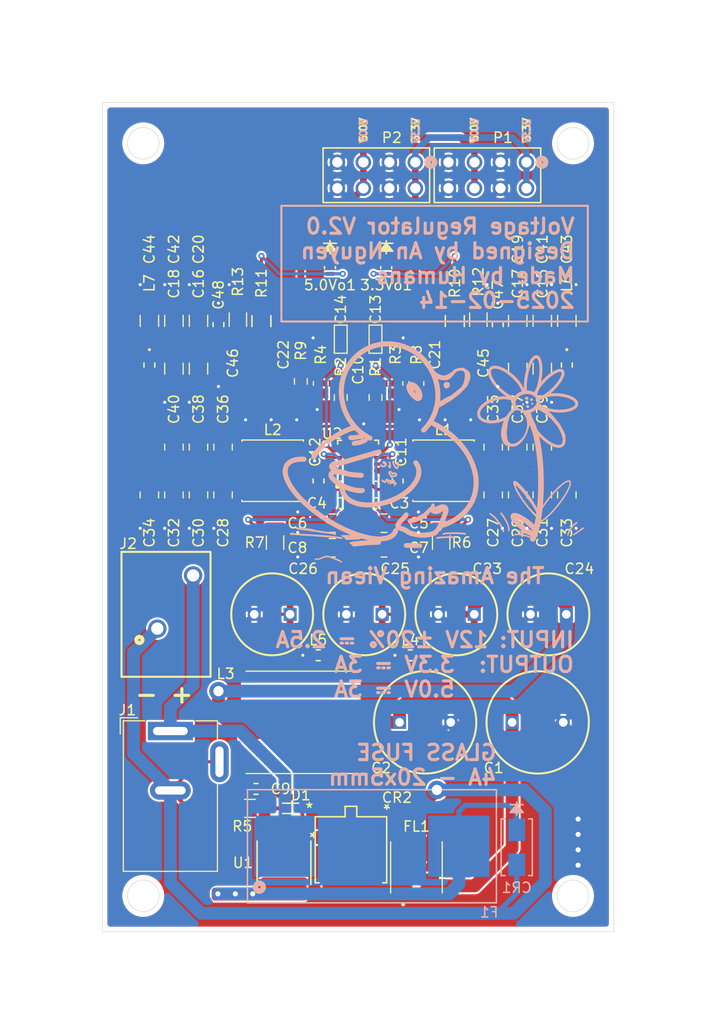
<source format=kicad_pcb>
(kicad_pcb (version 20240108) (generator "pcbnew") (generator_version "8.0")
  (layers (0 "F.Cu" signal) (31 "B.Cu" signal) (34 "B.Paste" user) (35 "F.Paste" user) (36 "B.SilkS" user "B.Silkscreen") (37 "F.SilkS" user "F.Silkscreen") (38 "B.Mask" user) (39 "F.Mask" user) (44 "Edge.Cuts" user))
  (net 0 "")
  (net 1 "PGND")
  (net 2 "Net-(C1-+)")
  (net 3 "Vin_1")
  (net 4 "Vin_2")
  (net 5 "SYS_GND")
  (net 6 "Zener")
  (net 7 "VREG5")
  (net 8 "Net-(U2-VBST1)")
  (net 9 "SW1")
  (net 10 "Net-(U2-VBST2)")
  (net 11 "SW2")
  (net 12 "PG1")
  (net 13 "PG2")
  (net 14 "3.3V_2")
  (net 15 "5.0V_2")
  (net 16 "3.3V_1")
  (net 17 "VFB1")
  (net 18 "5.0V_1")
  (net 19 "VFB2")
  (net 20 "Net-(C23-+)")
  (net 21 "Net-(CR1-Pad1)")
  (net 22 "V_Source")
  (net 23 "V_Bat")
  (net 24 "EN1")
  (net 25 "EN2")
  (net 26 "Net-(3.3Vo1-Pad2)")
  (net 27 "Net-(5.0Vo1-Pad2)")
  (footprint "PWR_MOD:RESC2012X60N" (layer "F.Cu") (at 153.65 67.447 -90)
    (property "Reference" "R3")
    (property "Value" "22.1kΩ" (hide yes))
  )
  (footprint "PWR_MOD:CAP_CL10_SAM" (layer "F.Cu") (at 140.0222 107.05 180)
    (property "Reference" "C9")
    (property "Value" "0.1µF" (hide yes))
  )
  (footprint "PWR_MOD:CAPC3216X180N" (layer "F.Cu") (at 170.4 61.34 90)
    (property "Reference" "C43")
    (property "Value" "22µF" (hide yes))
  )
  (footprint "PWR_MOD:WCAP-CSGP_0603_R" (layer "F.Cu") (at 151.7 63.125 90)
    (property "Reference" "C13")
    (property "Value" "4.7pF" (hide yes))
  )
  (footprint "PWR_MOD:CAPC3216X140N" (layer "F.Cu") (at 165.6 73.664 90)
    (property "Reference" "C37")
    (property "Value" "10µF" (hide yes))
  )
  (footprint "PWR_MOD:CONN_PEC04_AA_SUL" (layer "F.Cu") (at 166.4526 45.8474)
    (property "Reference" "P1")
    (property "Value" "2.54mm" (hide yes))
  )
  (footprint "PWR_MOD:RESC2012X60N" (layer "F.Cu") (at 155.7 67.45 -90)
    (property "Reference" "R8")
    (property "Value" "75kΩ" (hide yes))
  )
  (footprint "PWR_MOD:CAPC3216X140N" (layer "F.Cu") (at 152.533314 83.5)
    (property "Reference" "C7")
    (property "Value" "10µF" (hide yes))
  )
  (footprint "PWR_MOD:CAPPRD350W65D800H1300" (layer "F.Cu") (at 143.35 90 180)
    (property "Reference" "C26")
    (property "Value" "220µF" (hide yes))
  )
  (footprint "PWR_MOD:RESC3015X65N" (layer "F.Cu") (at 161.75 61.22 90)
    (property "Reference" "R12")
    (property "Value" "10kΩ" (hide yes))
  )
  (footprint "PWR_MOD:CAPC1608X90N" (layer "F.Cu") (at 163.65 65.465 -90)
    (property "Reference" "C45")
    (property "Value" "1µF" (hide yes))
  )
  (footprint "PWR_MOD:IND_ETQP4M330KVC" (layer "F.Cu") (at 144.4 100.55 180)
    (property "Reference" "L3")
    (property "Value" "33µH" (hide yes))
  )
  (footprint "PWR_MOD:CAPC3216X180N" (layer "F.Cu") (at 132 61.34 90)
    (property "Reference" "C42")
    (property "Value" "22µF" (hide yes))
  )
  (footprint "PWR_MOD:SOD323F_DIO" (layer "F.Cu") (at 143.4 108.95 180)
    (property "Reference" "D1")
    (property "Value" "16V" (hide yes))
  )
  (footprint "PWR_MOD:CAPC3216X140N" (layer "F.Cu") (at 152.533314 81.1)
    (property "Reference" "C5")
    (property "Value" "10µF" (hide yes))
  )
  (footprint "PWR_MOD:CAPC3216X140N" (layer "F.Cu") (at 168 73.664 90)
    (property "Reference" "C39")
    (property "Value" "10µF" (hide yes))
  )
  (footprint "PWR_MOD:CAPC3216X140N" (layer "F.Cu") (at 163.2 78.336 -90)
    (property "Reference" "C27")
    (property "Value" "10µF" (hide yes))
  )
  (footprint "PWR_MOD:CAPC3216X140N" (layer "F.Cu") (at 132 78.336 -90)
    (property "Reference" "C32")
    (property "Value" "10µF" (hide yes))
  )
  (footprint "PWR_MOD:RES_ERJP06D1003V" (layer "F.Cu") (at 148.3 68.825 90)
    (property "Reference" "R2")
    (property "Value" "100kΩ" (hide yes))
  )
  (footprint "PWR_MOD:691412120002B" (layer "F.Cu") (at 132.125 88.8)
    (property "Reference" "J2")
    (property "Value" "691412120002B" (hide yes))
  )
  (footprint "PWR_MOD:CAP_CL10_SAM" (layer "F.Cu") (at 163.65 61.7 90)
    (property "Reference" "C47")
    (property "Value" "0.1µF" (hide yes))
  )
  (footprint "PWR_MOD:CAPC3216X180N" (layer "F.Cu") (at 134.4 61.34 90)
    (property "Reference" "C20")
    (property "Value" "22µF" (hide yes))
  )
  (footprint "PWR_MOD:CAP_CL10_SAM" (layer "F.Cu") (at 148.367086 79.15 180)
    (property "Reference" "C4")
    (property "Value" "0.1µF" (hide yes))
  )
  (footprint "PWR_MOD:CAPC3216X140N" (layer "F.Cu") (at 129.6 78.336 -90)
    (property "Reference" "C34")
    (property "Value" "10µF" (hide yes))
  )
  (footprint "PWR_MOD:CAPPRD350W65D800H1300" (layer "F.Cu") (at 152.35 90 180)
    (property "Reference" "C25")
    (property "Value" "220µF" (hide yes))
  )
  (footprint "PWR_MOD:FIL_ACMP-5025-251-T" (layer "F.Cu") (at 155.7 114.7182 90)
    (property "Reference" "FL1")
    (property "Value" "Common Mode Chokes 5A" (hide yes))
  )
  (footprint "PWR_MOD:CAPC3216X180N" (layer "F.Cu") (at 168 61.34 90)
    (property "Reference" "C41")
    (property "Value" "22µF" (hide yes))
  )
  (footprint "PWR_MOD:CAPC3216X180N" (layer "F.Cu") (at 134.4 66.01 -90)
    (property "Reference" "C16")
    (property "Value" "22µF" (hide yes))
  )
  (footprint "PWR_MOD:CAPC3216X140N" (layer "F.Cu") (at 134.4 78.336 -90)
    (property "Reference" "C30")
    (property "Value" "10µF" (hide yes))
  )
  (footprint "PWR_MOD:IND_1608_TDK" (layer "F.Cu") (at 170.4 65.65 -90)
    (property "Reference" "L6")
    (property "Value" "3.5A" (hide yes))
  )
  (footprint "PWR_MOD:CAPPRD350W65D800H1300" (layer "F.Cu") (at 170.35 90 180)
    (property "Reference" "C24")
    (property "Value" "220µF" (hide yes))
  )
  (footprint "PWR_MOD:CAPC1608X90N" (layer "F.Cu") (at 142.7 67.65 -90)
    (property "Reference" "C22")
    (property "Value" "0.01µF" (hide yes))
  )
  (footprint "PWR_MOD:DPAK_6p73x6p22-2p286_STM" (layer "F.Cu") (at 149.3 112.9938 180)
    (property "Reference" "CR2")
    (property "Value" "10A" (hide yes))
  )
  (footprint "PWR_MOD:CAPC3216X180N" (layer "F.Cu") (at 132 66.01 -90)
    (property "Reference" "C18")
    (property "Value" "22µF" (hide yes))
  )
  (footprint "PWR_MOD:CAPC3216X140N" (layer "F.Cu") (at 165.6 78.336 -90)
    (property "Reference" "C29")
    (property "Value" "10µF" (hide yes))
  )
  (footprint "PWR_MOD:IND_VLS6045EX-3R3N" (layer "F.Cu") (at 158.35 75.974999)
    (property "Reference" "L1")
    (property "Value" "3.3µH" (hide yes))
  )
  (footprint "PWR_MOD:RSA0016B-IPC_A" (layer "F.Cu") (at 150 75 90)
    (property "Reference" "U2")
    (property "Value" "IC_TPS54394RSAR" (hide yes))
  )
  (footprint "PWR_MOD:CAPC1608X90N" (layer "F.Cu") (at 150 69.225 90)
    (property "Reference" "C10")
    (property "Value" "1µF" (hide yes))
  )
  (footprint "PWR_MOD:RC1206N_YAG" (layer "F.Cu") (at 140.55 61.3618 90)
    (property "Reference" "R11")
    (property "Value" "162Ω" (hide yes))
  )
  (footprint "PWR_MOD:CAPC1608X90N" (layer "F.Cu") (at 136.35 65.465 -90)
    (property "Reference" "C46")
    (property "Value" "1µF" (hide yes))
  )
  (footprint "PWR_MOD:CAPC3216X180N" (layer "F.Cu") (at 165.6 61.34 90)
    (property "Reference" "C19")
    (property "Value" "22µF" (hide yes))
  )
  (footprint "PWR_MOD:RES_ERJ-PB6B1243V" (layer "F.Cu") (at 144.4 67.25 -90)
    (property "Reference" "R9")
    (property "Value" "124kΩ" (hide yes))
  )
  (footprint "PWR_MOD:CAPPRD500W65D1000H1600" (layer "F.Cu") (at 165.05 100.55)
    (property "Reference" "C1")
    (property "Value" "1000µF" (hide yes))
  )
  (footprint "PWR_MOD:CAPC3216X140N" (layer "F.Cu") (at 168 78.336 -90)
    (property "Reference" "C31")
    (property "Value" "10µF" (hide yes))
  )
  (footprint "PWR_MOD:CAPPRD500W65D1000H1600" (layer "F.Cu") (at 154.05 100.55)
    (property "Reference" "C2")
    (property "Value" "1000µF" (hide yes))
  )
  (footprint "PWR_MOD:IND_1608_TDK" (layer "F.Cu") (at 155.1 94)
    (property "Reference" "L4")
    (property "Value" "3A" (hide yes))
  )
  (footprint "PWR_MOD:SO8_DIO" (layer "F.Cu") (at 142.755 114.2638 -90)
    (property "Reference" "U1")
    (property "Value" "MOSFET_Pchannel_DMP3037LSS-13" (hide yes))
  )
  (footprint "PWR_MOD:LED_SMLD12_ROM" (layer "F.Cu") (at 152.75 56.14045 -90)
    (property "Reference" "3.3Vo1")
    (property "Value" "LED_1.9V_Forward_SML-E12DWT86" (hide yes))
  )
  (footprint "PWR_MOD:CONN_PEC04_AA_SUL" (layer "F.Cu") (at 155.5926 45.8474)
    (property "Reference" "P2")
    (property "Value" "2.54mm" (hide yes))
  )
  (footprint "PWR_MOD:CAPC3216X180N" (layer "F.Cu") (at 129.6 61.34 90)
    (property "Reference" "C44")
    (property "Value" "22µF" (hide yes))
  )
  (footprint "PWR_MOD:RESC3015X65N" (layer "F.Cu") (at 141.882686 82.99 90)
    (property "Reference" "R7")
    (property "Value" "10kΩ" (hide yes))
  )
  (footprint "PWR_MOD:CAPC3216X140N" (layer "F.Cu") (at 147.466686 83.5 180)
    (property "Reference" "C8")
    (property "Value" "10µF" (hide yes))
  )
  (footprint "PWR_MOD:RESC3015X65N" (layer "F.Cu") (at 158.117314 82.99 90)
    (property "Reference" "R6")
    (property "Value" "10kΩ" (hide yes))
  )
  (footprint "PWR_MOD:CAP_CL10_SAM" (layer "F.Cu") (at 146.130686 76.972684 90)
    (property "Reference" "C12")
    (property "Value" "0.1µF" (hide yes))
  )
  (footprint "PWR_MOD:CAPC3216X140N" (layer "F.Cu") (at 147.466686 81.1 180)
    (property "Reference" "C6")
    (property "Value" "10µF" (hide yes))
  )
  (footprint "PWR_MOD:IND_VLS6045EX-4R7M" (layer "F.Cu") (at 141.65 75.974999 180)
    (property "Reference" "L2")
    (property "Value" "4.7µH" (hide yes))
  )
  (footprint "PWR_MOD:CAPC1608X90N" (layer "F.Cu") (at 157.5 67.65 -90)
    (property "Reference" "C21")
    (property "Value" "0.01µF" (hide yes))
  )
  (footprint "PWR_MOD:CAP_CL10_SAM" (layer "F.Cu") (at 151.632914 79.15)
    (property "Reference" "C3")
    (property "Value" "0.1µF" (hide yes))
  )
  (footprint "PWR_MOD:CAPC3216X140N" (layer "F.Cu") (at 163.2 73.664 90)
    (property "Reference" "C35")
    (property "Value" "10µF" (hide yes))
  )
  (footprint "PWR_MOD:CAPPRD350W65D800H1300" (layer "F.Cu") (at 161.35 90 180)
    (property "Reference" "C23")
    (property "Value" "220µF" (hide yes))
  )
  (footprint "PWR_MOD:WCAP-CSGP_0603_R" (layer "F.Cu") (at 148.3 63.125 90)
    (property "Reference" "C14")
    (property "Value" "4.7pF" (hide yes))
  )
  (footprint "PWR_MOD:RESC3116X65N" (layer "F.Cu") (at 139.43 108.95 180)
    (property "Reference" "R5")
    (property "Value" "220Ω" (hide yes))
  )
  (footprint "PWR_MOD:CAPC3216X180N" (layer "F.Cu") (at 165.6 66.01 -90)
    (property "Reference" "C17")
    (property "Value" "22µF" (hide yes))
  )
  (footprint "PWR_MOD:RC1206N_YAG" (layer "F.Cu") (at 159.45 61.3618 90)
    (property "Reference" "R10")
    (property "Value" "73.2Ω" (hide yes))
  )
  (footprint "PWR_MOD:IND_1608_TDK" (layer "F.Cu") (at 146.1 94)
    (property "Reference" "L5")
    (property "Value" "3A" (hide yes))
  )
  (footprint "PWR_MOD:CAPC3216X140N" (layer "F.Cu") (at 134.4 73.664 90)
    (property "Reference" "C38")
    (property "Value" "10µF" (hide yes))
  )
  (footprint "PWR_MOD:CAPC3216X180N" (layer "F.Cu") (at 168 66.01 -90)
    (property "Reference" "C15")
    (property "Value" "22µF" (hide yes))
  )
  (footprint "PWR_MOD:CAP_CL10_SAM" (layer "F.Cu") (at 153.869314 76.972684 90)
    (property "Reference" "C11")
    (property "Value" "0.1µF" (hide yes))
  )
  (footprint "PWR_MOD:CAP_CL10_SAM" (layer "F.Cu") (at 136.35 61.7 90)
    (property "Reference" "C48")
    (property "Value" "0.1µF" (hide yes))
  )
  (footprint "PWR_MOD:CAPC3216X140N" (layer "F.Cu") (at 170.4 78.336 -90)
    (property "Reference" "C33")
    (property "Value" "10µF" (hide yes))
  )
  (footprint "Connector_BarrelJack:BarrelJack_Wuerth_6941xx301002" (layer "F.Cu") (at 131.65 101.4)
    (property "Reference" "J1")
    (property "Value" "Barrel_Jack_MountingPin" (hide yes))
  )
  (footprint "PWR_MOD:CAPC3216X140N" (layer "F.Cu") (at 136.8 73.664 90)
    (property "Reference" "C36")
    (property "Value" "10µF" (hide yes))
  )
  (footprint "PWR_MOD:CAPC3216X140N" (layer "F.Cu") (at 132 73.664 90)
    (property "Reference" "C40")
    (property "Value" "10µF" (hide yes))
  )
  (footprint "PWR_MOD:RESC2012X60N" (layer "F.Cu") (at 146.35 67.447 -90)
    (property "Reference" "R4")
    (property "Value" "22.1kΩ" (hide yes))
  )
  (footprint "PWR_MOD:RESC3015X65N" (layer "F.Cu") (at 138.25 61.22 90)
    (property "Reference" "R13")
    (property "Value" "10kΩ" (hide yes))
  )
  (footprint "PWR_MOD:IND_1608_TDK" (layer "F.Cu") (at 129.6 65.65 -90)
    (property "Reference" "L7")
    (property "Value" "3.5A" (hide yes))
  )
  (footprint "PWR_MOD:LED_SMLD12_ROM" (layer "F.Cu") (at 147.25 56.14045 -90)
    (property "Reference" "5.0Vo1")
    (property "Value" "LED_1.9V_Forward_SML-E12DWT86" (hide yes))
  )
  (footprint "PWR_MOD:CAPC3216X140N" (layer "F.Cu") (at 136.8 78.336 -90)
    (property "Reference" "C28")
    (property "Value" "10µF" (hide yes))
  )
  (footprint "PWR_MOD:RES_ERJP06D1003V" (layer "F.Cu") (at 151.7 68.825 90)
    (property "Reference" "R1")
    (property "Value" "100kΩ" (hide yes))
  )
  (footprint "PWR_MOD:Logo_Drawing" (layer "B.Cu") (at 157.5 73.5 180)
    (property "Reference" "The Amazing Viean")
    (property "Value" "LOGO" (hide yes))
  )
  (footprint "PWR_MOD:SMASeries_LTF" (layer "B.Cu") (at 165.5 112.75 -90)
    (property "Reference" "CR1")
    (property "Value" "17V" (hide yes))
  )
  (footprint "PWR_MOD:FUSE_31.8221_SCH" (layer "B.Cu") (at 151.35 112.65)
    (property "Reference" "F1")
    (property "Value" "4A (max)" (hide yes))
  )
  (gr_circle (center 171 117.5) (end 172.55 117.5) (stroke (width 0.05)) (fill none) (layer "Edge.Cuts"))
  (gr_circle (center 129 44) (end 130.55 44) (stroke (width 0.05)) (fill none) (layer "Edge.Cuts"))
  (gr_circle (center 171 44) (end 172.55 44) (stroke (width 0.05)) (fill none) (layer "Edge.Cuts"))
  (gr_rect (start 125 40) (end 175 121) (stroke (width 0.05)) (fill none) (layer "Edge.Cuts"))
  (gr_circle (center 129 117.5) (end 130.55 117.5) (stroke (width 0.05)) (fill none) (layer "Edge.Cuts"))
  (gr_text "5.0V\n" (at 150.958872 41.5 90) (layer "B.SilkS") (effects (font (size 0.729 0.729) (thickness 0.18225) (bold yes)) (justify left bottom mirror)))
  (gr_text "5.0V\n" (at 161.808872 41.5 90) (layer "B.SilkS") (effects (font (size 0.729 0.729) (thickness 0.18225) (bold yes)) (justify left bottom mirror)))
  (gr_text "3.3V" (at 156.058872 41.5 90) (layer "B.SilkS") (effects (font (size 0.729 0.729) (thickness 0.18225) (bold yes)) (justify left bottom mirror)))
  (gr_text "INPUT: 12V ±20% ⎓ 2.5A\nOUTPUT:	3.3V ⎓ 3A\n		5.0V ⎓ 3A" (at 171.25 98.2 0) (layer "B.SilkS") (effects (font (size 1.5 1.5) (thickness 0.3) (bold yes)) (justify left bottom mirror)))
  (gr_text "GLASS FUSE\n4A - 20x5mm" (at 163.7 106.8 0) (layer "B.SilkS") (effects (font (size 1.5 1.5) (thickness 0.3) (bold yes)) (justify left bottom mirror)))
  (gr_text "3.3V" (at 166.908872 41.5 90) (layer "B.SilkS") (effects (font (size 0.729 0.729) (thickness 0.18225) (bold yes)) (justify left bottom mirror)))
  (gr_text "- +" (at 128.05 98.8 0) (layer "F.SilkS") (effects (font (size 1.729 1.729) (thickness 0.3) (bold yes)) (justify left bottom)))
  (gr_text "3.3V" (at 156.05 44 90) (layer "F.SilkS") (effects (font (size 0.729 0.729) (thickness 0.18225) (bold yes)) (justify left bottom)))
  (gr_text "5.0V\n" (at 161.8 44 90) (layer "F.SilkS") (effects (font (size 0.729 0.729) (thickness 0.18225) (bold yes)) (justify left bottom)))
  (gr_text "5.0V\n" (at 150.95 44 90) (layer "F.SilkS") (effects (font (size 0.729 0.729) (thickness 0.18225) (bold yes)) (justify left bottom)))
  (gr_text "3.3V" (at 166.9 44 90) (layer "F.SilkS") (effects (font (size 0.729 0.729) (thickness 0.18225) (bold yes)) (justify left bottom)))
  (gr_text_box "Voltage Regulator V2.0\nDesigned by An Nguyen\nMade by Humans\n2025-02-14\n" (start 142.5 50.1) (end 172.45 61.4) (layer "B.SilkS") (effects (font (size 1.5 1.5) (thickness 0.3) (bold yes)) (justify left top mirror)) (border yes) (stroke (width 0.2)))
  (segment (start 152.75 55.5372) (end 151.5128 55.5372) (width 0.3) (layer "F.Cu") (net 1))
  (segment (start 153.824999 75.325001) (end 152.003031 75.325001) (width 0.3) (layer "F.Cu") (net 1))
  (segment (start 150.55 71.4) (end 150.325001 71.624999) (width 0.3) (layer "F.Cu") (net 1))
  (segment (start 150.325001 71.624999) (end 150.325001 72.996969) (width 0.3) (layer "F.Cu") (net 1))
  (segment (start 150.325001 72.996969) (end 150.325001 74.674999) (width 0.3) (layer "F.Cu") (net 1))
  (segment (start 146.075001 75.325001) (end 147.996969 75.325001) (width 0.3) (layer "F.Cu") (net 1))
  (segment (start 163.2 79.672) (end 170.4 79.672) (width 0.3) (layer "F.Cu") (net 1))
  (segment (start 157 112.9182) (end 159.5818 112.9182) (width 1.25) (layer "F.Cu") (net 1))
  (segment (start 145.75 75) (end 146.075001 75.325001) (width 0.3) (layer "F.Cu") (net 1))
  (segment (start 147.25 55.5372) (end 148.4872 55.5372) (width 0.3) (layer "F.Cu") (net 1))
  (segment (start 161.5 103) (end 159.05 100.55) (width 1.25) (layer "F.Cu") (net 1))
  (segment (start 159.5818 112.9182) (end 161.5 111) (width 1.25) (layer "F.Cu") (net 1))
  (segment (start 150.325001 74.674999) (end 150 75) (width 0.3) (layer "F.Cu") (net 1))
  (segment (start 161.5 111) (end 161.5 103) (width 1.25) (layer "F.Cu") (net 1))
  (segment (start 154.15 75) (end 153.824999 75.325001) (width 0.3) (layer "F.Cu") (net 1))
  (via (at 154.4 63) (size 0.6) (drill 0.3) (layers "F.Cu" "B.Cu") (net 1))
  (via (at 133.5 69.29) (size 0.6) (drill 0.3) (layers "F.Cu" "B.Cu") (net 1))
  (via (at 155.9 84.4) (size 0.6) (drill 0.3) (layers "F.Cu" "B.Cu") (net 1))
  (via (at 158.5 71) (size 0.6) (drill 0.3) (layers "F.Cu" "B.Cu") (net 1))
  (via (at 133.5 57.8) (size 0.6) (drill 0.3) (layers "F.Cu" "B.Cu") (net 1))
  (via (at 168.9 57.8) (size 0.6) (drill 0.3) (layers "F.Cu" "B.Cu") (net 1))
  (via (at 144 71) (size 0.6) (drill 0.3) (layers "F.Cu" "B.Cu") (net 1))
  (via (at 144.1 80) (size 0.6) (drill 0.3) (layers "F.Cu" "B.Cu") (net 1))
  (via (at 131.1 57.8) (size 0.6) (drill 0.3) (layers "F.Cu" "B.Cu") (net 1))
  (via (at 171.3 57.8) (size 0.6) (drill 0.3) (layers "F.Cu" "B.Cu") (net 1))
  (via (at 162.6 57.8) (size 0.6) (drill 0.3) (layers "F.Cu" "B.Cu") (net 1))
  (via (at 136.35 67.75) (size 0.6) (drill 0.3) (layers "F.Cu" "B.Cu") (net 1))
  (via (at 171.5 114.5) (size 0.9) (drill 0.5) (layers "F.Cu" "B.Cu") (net 1))
  (via (at 141.5 71) (size 0.6) (drill 0.3) (layers "F.Cu" "B.Cu") (net 1))
  (via (at 171.3 81.6) (size 0.6) (drill 0.3) (layers "F.Cu" "B.Cu") (net 1))
  (via (at 136.35 59.6) (size 0.6) (drill 0.3) (layers "F.Cu" "B.Cu") (net 1))
  (via (at 131.1 81.6) (size 0.6) (drill 0.3) (layers "F.Cu" "B.Cu") (net 1))
  (via (at 133.5 81.6) (size 0.6) (drill 0.3) (layers "F.Cu" "B.Cu") (net 1))
  (via (at 168.9 81.6) (size 0.6) (drill 0.3) (layers "F.Cu" "B.Cu") (net 1))
  (via (at 154.15 75) (size 0.6) (drill 0.3) (layers "F.Cu" "B.Cu") (net 1))
  (via (at 128.7 57.8) (size 0.6) (drill 0.3) (layers "F.Cu" "B.Cu") (net 1))
  (via (at 163.65 67.75) (size 0.6) (drill 0.3) (layers "F.Cu" "B.Cu") (net 1))
  (via (at 171.5 111.5) (size 0.9) (drill 0.5) (layers "F.Cu" "B.Cu") (net 1))
  (via (at 163.65 59.6) (size 0.6) (drill 0.3) (layers "F.Cu" "B.Cu") (net 1))
  (via (at 146 70) (size 0.6) (drill 0.3) (layers "F.Cu" "B.Cu") (net 1))
  (via (at 145.6 63) (size 0.6) (drill 0.3) (layers "F.Cu" "B.Cu") (net 1))
  (via (at 171.5 113) (size 0.9) (drill 0.5) (layers "F.Cu" "B.Cu") (net 1))
  (via (at 145.75 75) (size 0.6) (drill 0.3) (layers "F.Cu" "B.Cu") (net 1))
  (via (at 161 71) (size 0.6) (drill 0.3) (layers "F.Cu" "B.Cu") (net 1))
  (via (at 156 71) (size 0.6) (drill 0.3) (layers "F.Cu" "B.Cu") (net 1))
  (via (at 164.1 81.6) (size 0.6) (drill 0.3) (layers "F.Cu" "B.Cu") (net 1))
  (via (at 166.5 69.29) (size 0.6) (drill 0.3) (layers "F.Cu" "B.Cu") (net 1))
  (via (at 128.7 81.6) (size 0.6) (drill 0.3) (layers "F.Cu" "B.Cu") (net 1))
  (via (at 166.5 57.8) (size 0.6) (drill 0.3) (layers "F.Cu" "B.Cu") (net 1))
  (via (at 155.9 80) (size 0.6) (drill 0.3) (layers "F.Cu" "B.Cu") (net 1))
  (via (at 131.1 69.29) (size 0.6) (drill 0.3) (layers "F.Cu" "B.Cu") (net 1))
  (via (at 171.5 110) (size 0.9) (drill 0.5) (layers "F.Cu" "B.Cu") (net 1))
  (via (at 137.4 57.8) (size 0.6) (drill 0.3) (layers "F.Cu" "B.Cu") (net 1))
  (via (at 154 70) (size 0.6) (drill 0.3) (layers "F.Cu" "B.Cu") (net 1))
  (via (at 155.9 82) (size 0.6) (drill 0.3) (layers "F.Cu" "B.Cu") (net 1))
  (via (at 135.9 81.6) (size 0.6) (drill 0.3) (layers "F.Cu" "B.Cu") (net 1))
  (via (at 166.5 81.6) (size 0.6) (drill 0.3) (layers "F.Cu" "B.Cu") (net 1))
  (via (at 144.1 82) (size 0.6) (drill 0.3) (layers "F.Cu" "B.Cu") (net 1))
  (via (at 144.1 84.4) (size 0.6) (drill 0.3) (layers "F.Cu" "B.Cu") (net 1))
  (via (at 150.55 71.4) (size 0.6) (drill 0.3) (layers "F.Cu" "B.Cu") (net 1))
  (via (at 168.9 69.29) (size 0.6) (drill 0.3) (layers "F.Cu" "B.Cu") (net 1))
  (via (at 139 71) (size 0.6) (drill 0.3) (layers "F.Cu" "B.Cu") (net 1))
  (segment (start 171.5 113) (end 171.5 111.5) (width 1.25) (layer "B.Cu") (net 1))
  (segment (start 171.5 105.3) (end 171.5 110) (width 1.25) (layer "B.Cu") (net 1))
  (segment (start 170.05 100.55) (end 170.05 103.85) (width 1.25) (layer "B.Cu") (net 1))
  (segment (start 170.05 103.85) (end 171.5 105.3) (width 1.25) (layer "B.Cu") (net 1))
  (segment (start 161.35 102.85) (end 167.75 102.85) (width 1.25) (layer "B.Cu") (net 1))
  (segment (start 171.5 111.5) (end 171.5 110.5) (width 1.25) (layer "B.Cu") (net 1))
  (segment (start 171.5 110.5) (end 171.5 110) (width 1.25) (layer "B.Cu") (net 1))
  (segment (start 171.5 114.5) (end 171.5 113) (width 1.25) (layer "B.Cu") (net 1))
  (segment (start 159.05 100.55) (end 161.35 102.85) (width 1.25) (layer "B.Cu") (net 1))
  (segment (start 167.75 102.85) (end 170.05 100.55) (width 1.25) (layer "B.Cu") (net 1))
  (segment (start 155.35 97.95) (end 154.05 99.25) (width 1.25) (layer "F.Cu") (net 2))
  (segment (start 165.05 100.55) (end 165.05 99.25) (width 1.25) (layer "F.Cu") (net 2))
  (segment (start 154.05 99.25) (end 154.05 100.55) (width 1.25) (layer "F.Cu") (net 2))
  (segment (start 157 116.5182) (end 161.3818 116.5182) (width 1.25) (layer "F.Cu") (net 2))
  (segment (start 163.75 97.95) (end 155.35 97.95) (width 1.25) (layer "F.Cu") (net 2))
  (segment (start 165.05 99.25) (end 163.75 97.95) (width 1.25) (layer "F.Cu") (net 2))
  (segment (start 161.3818 116.5182) (end 165.05 112.85) (width 1.25) (layer "F.Cu") (net 2))
  (segment (start 154.05 100.55) (end 148.713 100.55) (width 1.25) (layer "F.Cu") (net 2))
  (segment (start 165.05 112.85) (end 165.05 100.55) (width 1.25) (layer "F.Cu") (net 2))
  (segment (start 151.197314 87.697314) (end 151.197314 83.5) (width 0.65) (layer "F.Cu") (net 3))
  (segment (start 152.35 90) (end 152.35 88.85) (width 0.65) (layer "F.Cu") (net 3))
  (segment (start 152.35 88.85) (end 151.197314 87.697314) (width 0.65) (layer "F.Cu") (net 3))
  (segment (start 158.117314 85.482686) (end 153.6 90) (width 0.3) (layer "F.Cu") (net 3))
  (segment (start 153.6 90) (end 152.35 90) (width 0.3) (layer "F.Cu") (net 3))
  (segment (start 153.65 94) (end 152.35 92.7) (width 0.65) (layer "F.Cu") (net 3))
  (segment (start 152.35 92.7) (end 152.35 90) (width 0.65) (layer "F.Cu") (net 3))
  (segment (start 154.2722 94) (end 153.65 94) (width 0.65) (layer "F.Cu") (net 3))
  (segment (start 158.117314 84.46) (end 158.117314 85.482686) (width 0.3) (layer "F.Cu") (net 3))
  (segment (start 147.3 87.6) (end 148.802686 86.097314) (width 0.65) (layer "F.Cu") (net 4))
  (segment (start 141.882686 89.382686) (end 142.5 90) (width 0.3) (layer "F.Cu") (net 4))
  (segment (start 144.65 94) (end 143.35 92.7) (width 0.65) (layer "F.Cu") (net 4))
  (segment (start 145.2722 94) (end 144.65 94) (width 0.65) (layer "F.Cu") (net 4))
  (segment (start 143.35 90) (end 143.35 88.9) (width 0.65) (layer "F.Cu") (net 4))
  (segment (start 143.35 88.9) (end 144.65 87.6) (width 0.65) (layer "F.Cu") (net 4))
  (segment (start 142.5 90) (end 143.35 90) (width 0.3) (layer "F.Cu") (net 4))
  (segment (start 143.35 92.7) (end 143.35 90) (width 0.65) (layer "F.Cu") (net 4))
  (segment (start 148.802686 86.097314) (end 148.802686 83.5) (width 0.65) (layer "F.Cu") (net 4))
  (segment (start 144.65 87.6) (end 147.3 87.6) (width 0.65) (layer "F.Cu") (net 4))
  (segment (start 141.882686 84.46) (end 141.882686 89.382686) (width 0.3) (layer "F.Cu") (net 4))
  (segment (start 151.574999 107.863) (end 156.987 107.863) (width 1.25) (layer "F.Cu") (net 5))
  (segment (start 133.4 108.95) (end 131.65 107.2) (width 0.35) (layer "F.Cu") (net 5))
  (segment (start 152.563 107.863) (end 154.4 109.7) (width 1.25) (layer "F.Cu") (net 5))
  (segment (start 136.45 104.4) (end 134.45 104.4) (width 0.3) (layer "F.Cu") (net 5))
  (segment (start 138.01 107.44) (end 138.01 108.95) (width 0.3) (layer "F.Cu") (net 5))
  (segment (start 156.987 107.863) (end 157.7 107.15) (width 1.25) (layer "F.Cu") (net 5))
  (segment (start 139.1944 107.05) (end 138.4 107.05) (width 0.3) (layer "F.Cu") (net 5))
  (segment (start 138.01 108.95) (end 133.4 108.95) (width 0.35) (layer "F.Cu") (net 5))
  (segment (start 134.45 104.4) (end 131.65 107.2) (width 0.3) (layer "F.Cu") (net 5))
  (segment (start 138.4 107.05) (end 138.01 107.44) (width 0.3) (layer "F.Cu") (net 5))
  (segment (start 151.574999 107.863) (end 152.563 107.863) (width 1.25) (layer "F.Cu") (net 5))
  (segment (start 154.4 109.7) (end 154.4 112.9182) (width 1.25) (layer "F.Cu") (net 5))
  (via (at 157.7 107.15) (size 1.8) (drill 1) (layers "F.Cu" "B.Cu") (net 5))
  (segment (start 157.7 107.15) (end 166.25 107.15) (width 1.25) (layer "B.Cu") (net 5))
  (segment (start 131.65 116.2) (end 131.65 107.2) (width 1.25) (layer "B.Cu") (net 5))
  (segment (start 130.375 91.4) (end 128.05 93.725) (width 1.25) (layer "B.Cu") (net 5))
  (segment (start 166.25 107.15) (end 168.3 109.2) (width 1.25) (layer "B.Cu") (net 5))
  (segment (start 165.5 117.25) (end 163.55 119.2) (width 0.5) (layer "B.Cu") (net 5))
  (segment (start 163.55 119.2) (end 134.65 119.2) (width 1.25) (layer "B.Cu") (net 5))
  (segment (start 168.3 109.2) (end 168.3 116.1) (width 1.25) (layer "B.Cu") (net 5))
  (segment (start 165.5 114.4518) (end 165.5 117.25) (width 0.5) (layer "B.Cu") (net 5))
  (segment (start 134.65 119.2) (end 131.65 116.2) (width 1.25) (layer "B.Cu") (net 5))
  (segment (start 165.2 119.2) (end 163.55 119.2) (width 1.25) (layer "B.Cu") (net 5))
  (segment (start 128.05 93.725) (end 128.05 103.6) (width 1.25) (layer "B.Cu") (net 5))
  (segment (start 128.05 103.6) (end 131.65 107.2) (width 1.25) (layer "B.Cu") (net 5))
  (segment (start 168.3 116.1) (end 165.2 119.2) (width 1.25) (layer "B.Cu") (net 5))
  (segment (start 142.2484 108.95) (end 140.85 108.95) (width 0.35) (layer "F.Cu") (net 6))
  (segment (start 140.85 107.05) (end 141.7 107.05) (width 0.6) (layer "F.Cu") (net 6))
  (segment (start 141.7 107.05) (end 142.513 107.863) (width 0.6) (layer "F.Cu") (net 6))
  (segment (start 140.85 111.8) (end 140.85 107.05) (width 0.6) (layer "F.Cu") (net 6))
  (segment (start 142.513 107.863) (end 147.025001 107.863) (width 0.6) (layer "F.Cu") (net 6))
  (segment (start 150 70.8) (end 149.674999 71.125001) (width 0.3) (layer "F.Cu") (net 7))
  (segment (start 149.674999 71.125001) (end 149.674999 72.996969) (width 0.3) (layer "F.Cu") (net 7))
  (segment (start 150 70) (end 150 70.8) (width 0.3) (layer "F.Cu") (net 7))
  (segment (start 148.3 70) (end 151.7 70) (width 0.3) (layer "F.Cu") (net 7))
  (segment (start 150.974999 77.003031) (end 151.772452 77.800484) (width 0.3) (layer "F.Cu") (net 8))
  (segment (start 151.772452 77.800484) (end 153.869314 77.800484) (width 0.3) (layer "F.Cu") (net 8))
  (segment (start 152.003031 75.974999) (end 156.25 75.974999) (width 0.6) (layer "F.Cu") (net 9))
  (segment (start 148.227548 77.800484) (end 149.025001 77.003031) (width 0.3) (layer "F.Cu") (net 10))
  (segment (start 146.130686 77.800484) (end 148.227548 77.800484) (width 0.3) (layer "F.Cu") (net 10))
  (segment (start 147.996969 75.974999) (end 143.75 75.974999) (width 0.6) (layer "F.Cu") (net 11))
  (segment (start 152.524999 74.025001) (end 153.1 73.45) (width 0.3) (layer "F.Cu") (net 12))
  (segment (start 152.003031 74.025001) (end 152.524999 74.025001) (width 0.3) (layer "F.Cu") (net 12))
  (segment (start 151.7 67.65) (end 151.7 65.7) (width 0.3) (layer "F.Cu") (net 12))
  (segment (start 151.7 65.7) (end 151.7 63.875) (width 0.3) (layer "F.Cu") (net 12))
  (via (at 151.7 65.7) (size 0.6) (drill 0.3) (layers "F.Cu" "B.Cu") (net 12))
  (via (at 153.1 73.45) (size 0.6) (drill 0.3) (layers "F.Cu" "B.Cu") (net 12))
  (segment (start 151.7 65.7) (end 153.1 67.1) (width 0.3) (layer "B.Cu") (net 12))
  (segment (start 153.1 67.1) (end 153.1 73.45) (width 0.3) (layer "B.Cu") (net 12))
  (segment (start 147.996969 74.025001) (end 147.475001 74.025001) (width 0.3) (layer "F.Cu") (net 13))
  (segment (start 148.3 65.7) (end 148.3 63.875) (width 0.3) (layer "F.Cu") (net 13))
  (segment (start 148.3 67.65) (end 148.3 65.7) (width 0.3) (layer "F.Cu") (net 13))
  (segment (start 147.475001 74.025001) (end 146.9 73.45) (width 0.3) (layer "F.Cu") (net 13))
  (via (at 148.3 65.7) (size 0.6) (drill 0.3) (layers "F.Cu" "B.Cu") (net 13))
  (via (at 146.9 73.45) (size 0.6) (drill 0.3) (layers "F.Cu" "B.Cu") (net 13))
  (segment (start 148.3 65.7) (end 146.9 67.1) (width 0.3) (layer "B.Cu") (net 13))
  (segment (start 146.9 67.1) (end 146.9 73.45) (width 0.3) (layer "B.Cu") (net 13))
  (segment (start 155.5926 60.6426) (end 155.5926 48.3874) (width 0.65) (layer "F.Cu") (net 14))
  (segment (start 159.45 62.7588) (end 157.7088 62.7588) (width 0.65) (layer "F.Cu") (net 14))
  (segment (start 155.5926 48.3874) (end 155.5926 45.8474) (width 0.65) (layer "F.Cu") (net 14))
  (segment (start 157.7088 62.7588) (end 155.5926 60.6426) (width 0.65) (layer "F.Cu") (net 14))
  (segment (start 156.9526 43.4374) (end 165.1026 43.4374) (width 0.65) (layer "B.Cu") (net 14))
  (segment (start 166.4526 44.7874) (end 166.4526 45.8474) (width 0.65) (layer "B.Cu") (net 14))
  (segment (start 166.4526 45.8474) (end 166.4526 48.3874) (width 0.65) (layer "B.Cu") (net 14))
  (segment (start 155.5926 44.7974) (end 156.9526 43.4374) (width 0.65) (layer "B.Cu") (net 14))
  (segment (start 165.1026 43.4374) (end 166.4526 44.7874) (width 0.65) (layer "B.Cu") (net 14))
  (segment (start 155.5926 45.8474) (end 155.5926 44.7974) (width 0.65) (layer "B.Cu") (net 14))
  (segment (start 161.3726 44.8074) (end 161.3726 45.8474) (width 0.65) (layer "F.Cu") (net 15))
  (segment (start 150.5126 44.8274) (end 151.9026 43.4374) (width 0.65) (layer "F.Cu") (net 15))
  (segment (start 161.3726 45.8474) (end 161.3726 48.3874) (width 0.65) (layer "F.Cu") (net 15))
  (segment (start 150.5126 45.8474) (end 150.5126 44.8274) (width 0.65) (layer "F.Cu") (net 15))
  (segment (start 150.5126 48.3874) (end 144.4 54.5) (width 0.65) (layer "F.Cu") (net 15))
  (segment (start 144.4 60.65) (end 142.2912 62.7588) (width 0.65) (layer "F.Cu") (net 15))
  (segment (start 144.4 54.5) (end 144.4 60.65) (width 0.65) (layer "F.Cu") (net 15))
  (segment (start 150.5126 48.3874) (end 150.5126 45.8474) (width 0.65) (layer "F.Cu") (net 15))
  (segment (start 142.2912 62.7588) (end 140.55 62.7588) (width 0.65) (layer "F.Cu") (net 15))
  (segment (start 160.0026 43.4374) (end 161.3726 44.8074) (width 0.65) (layer "F.Cu") (net 15))
  (segment (start 151.9026 43.4374) (end 160.0026 43.4374) (width 0.65) (layer "F.Cu") (net 15))
  (segment (start 161.95 70.35) (end 168.9 70.35) (width 0.3) (layer "F.Cu") (net 16))
  (segment (start 155.7 66.472) (end 157.097 66.472) (width 0.3) (layer "F.Cu") (net 16))
  (segment (start 168.9 70.35) (end 170.4 71.85) (width 0.3) (layer "F.Cu") (net 16))
  (segment (start 170.4 72.25) (end 170.4 66.4778) (width 0.65) (layer "F.Cu") (net 16))
  (segment (start 170.4 77) (end 170.4 72.25) (width 0.65) (layer "F.Cu") (net 16))
  (segment (start 157.097 66.472) (end 157.5 66.875) (width 0.3) (layer "F.Cu") (net 16))
  (segment (start 157.5 66.875) (end 158.475 66.875) (width 0.3) (layer "F.Cu") (net 16))
  (segment (start 158.475 66.875) (end 161.95 70.35) (width 0.3) (layer "F.Cu") (net 16))
  (segment (start 150.974999 72.996969) (end 150.974999 72.225001) (width 0.3) (layer "F.Cu") (net 17))
  (segment (start 151.55 71.65) (end 154.05 71.65) (width 0.3) (layer "F.Cu") (net 17))
  (segment (start 150.974999 72.225001) (end 151.55 71.65) (width 0.3) (layer "F.Cu") (net 17))
  (segment (start 155.7 70) (end 155.7 68.428) (width 0.3) (layer "F.Cu") (net 17))
  (segment (start 157.5 68.425) (end 153.65 68.425) (width 0.3) (layer "F.Cu") (net 17))
  (segment (start 154.05 71.65) (end 155.7 70) (width 0.3) (layer "F.Cu") (net 17))
  (segment (start 142.7 66.875) (end 142.7 66.3) (width 0.3) (layer "F.Cu") (net 18))
  (segment (start 142.7 66.3) (end 142.925 66.075) (width 0.3) (layer "F.Cu") (net 18))
  (segment (start 129.6 72.85) (end 129.6 77) (width 0.65) (layer "F.Cu") (net 18))
  (segment (start 142.925 66.075) (end 144.4 66.075) (width 0.3) (layer "F.Cu") (net 18))
  (segment (start 138.06875 70.35) (end 131.1 70.35) (width 0.3) (layer "F.Cu") (net 18))
  (segment (start 129.6 66.4778) (end 129.6 72.85) (width 0.65) (layer "F.Cu") (net 18))
  (segment (start 142.7 66.875) (end 141.54375 66.875) (width 0.3) (layer "F.Cu") (net 18))
  (segment (start 131.1 70.35) (end 129.6 71.85) (width 0.3) (layer "F.Cu") (net 18))
  (segment (start 141.54375 66.875) (end 138.06875 70.35) (width 0.3) (layer "F.Cu") (net 18))
  (segment (start 149.025001 72.225001) (end 148.45 71.65) (width 0.3) (layer "F.Cu") (net 19))
  (segment (start 144.4 70) (end 144.4 68.425) (width 0.3) (layer "F.Cu") (net 19))
  (segment (start 149.025001 72.996969) (end 149.025001 72.225001) (width 0.3) (layer "F.Cu") (net 19))
  (segment (start 146.05 71.65) (end 144.4 70) (width 0.3) (layer "F.Cu") (net 19))
  (segment (start 148.45 71.65) (end 146.05 71.65) (width 0.3) (layer "F.Cu") (net 19))
  (segment (start 146.35 68.425) (end 142.7 68.425) (width 0.3) (layer "F.Cu") (net 19))
  (segment (start 157.7 94) (end 155.9278 94) (width 0.65) (layer "F.Cu") (net 20))
  (segment (start 161.35 93.75) (end 161.35 90) (width 0.65) (layer "F.Cu") (net 20))
  (segment (start 159.5 95.6) (end 161.35 93.75) (width 0.65) (layer "F.Cu") (net 20))
  (segment (start 160 90) (end 159 91) (width 0.65) (layer "F.Cu") (net 20))
  (segment (start 161.35 89.15) (end 161.35 90) (width 1.25) (layer "F.Cu") (net 20))
  (segment (start 146.9278 94) (end 150.95 94) (width 0.65) (layer "F.Cu") (net 20))
  (segment (start 136.35 97.5) (end 136.35 99.55) (width 1.25) (layer "F.Cu") (net 20))
  (segment (start 169.5 88.3) (end 162.2 88.3) (width 1.25) (layer "F.Cu") (net 20))
  (segment (start 170.35 90) (end 170.35 89.15) (width 1.25) (layer "F.Cu") (net 20))
  (segment (start 162.2 88.3) (end 161.35 89.15) (width 1.25) (layer "F.Cu") (net 20))
  (segment (start 161.35 90) (end 160 90) (width 0.65) (layer "F.Cu") (net 20))
  (segment (start 150.95 94) (end 152.55 95.6) (width 0.65) (layer "F.Cu") (net 20))
  (segment (start 152.55 95.6) (end 159.5 95.6) (width 0.65) (layer "F.Cu") (net 20))
  (segment (start 136.35 99.55) (end 137.35 100.55) (width 1.25) (layer "F.Cu") (net 20))
  (segment (start 137.5 100.55) (end 140.087 100.55) (width 1.25) (layer "F.Cu") (net 20))
  (segment (start 159 92.7) (end 157.7 94) (width 0.65) (layer "F.Cu") (net 20))
  (segment (start 170.35 89.15) (end 169.5 88.3) (width 1.25) (layer "F.Cu") (net 20))
  (segment (start 159 91) (end 159 92.7) (width 0.65) (layer "F.Cu") (net 20))
  (via (at 136.35 97.5) (size 1.8) (drill 1) (layers "F.Cu" "B.Cu") (net 20))
  (segment (start 165.15 97.5) (end 136.35 97.5) (width 1.25) (layer "B.Cu") (net 20))
  (segment (start 170.35 92.3) (end 165.15 97.5) (width 1.25) (layer "B.Cu") (net 20))
  (segment (start 170.35 92.3) (end 170.35 90) (width 1.25) (layer "B.Cu") (net 20))
  (via (at 136.3 117.3) (size 0.9) (drill 0.5) (layers "F.Cu" "B.Cu") (net 21))
  (via (at 139.7 117.3) (size 0.9) (drill 0.5) (layers "F.Cu" "B.Cu") (net 21))
  (via (at 138 117.3) (size 0.9) (drill 0.5) (layers "F.Cu" "B.Cu") (net 21))
  (segment (start 158.9 117.3) (end 139.7 117.3) (width 1.25) (layer "B.Cu") (net 21))
  (segment (start 159.850001 109.249999) (end 159.850001 112.65) (width 0.5) (layer "B.Cu") (net 21))
  (segment (start 160.45 108.65) (end 159.850001 109.249999) (width 0.5) (layer "B.Cu") (net 21))
  (segment (start 159.850001 112.65) (end 159.850001 116.349999) (width 1.25) (layer "B.Cu") (net 21))
  (segment (start 139.7 117.3) (end 138 117.3) (width 1.25) (layer "B.Cu") (net 21))
  (segment (start 165.5 109.35) (end 164.8 108.65) (width 0.5) (layer "B.Cu") (net 21))
  (segment (start 159.850001 116.349999) (end 158.9 117.3) (width 1.25) (layer "B.Cu") (net 21))
  (segment (start 165.5 111.0482) (end 165.5 109.35) (width 0.5) (layer "B.Cu") (net 21))
  (segment (start 164.8 108.65) (end 160.45 108.65) (width 0.5) (layer "B.Cu") (net 21))
  (segment (start 138 117.3) (end 136.3 117.3) (width 1.25) (layer "B.Cu") (net 21))
  (segment (start 143.39 110.91) (end 143.39 111.8) (width 0.35) (layer "F.Cu") (net 22))
  (segment (start 146.5314 111.8) (end 149.3 114.5686) (width 1.25) (layer "F.Cu") (net 22))
  (segment (start 144.5516 108.95) (end 144.5516 109.7484) (width 0.35) (layer "F.Cu") (net 22))
  (segment (start 154.4 116.5182) (end 151.2496 116.5182) (width 1.25) (layer "F.Cu") (net 22))
  (segment (start 144.5516 109.7484) (end 143.39 110.91) (width 0.35) (layer "F.Cu") (net 22))
  (segment (start 151.2496 116.5182) (end 149.3 114.5686) (width 1.25) (layer "F.Cu") (net 22))
  (segment (start 143.39 111.8) (end 146.5314 111.8) (width 1.25) (layer "F.Cu") (net 22))
  (segment (start 131.65 99.1) (end 131.65 101.4) (width 1.25) (layer "B.Cu") (net 23))
  (segment (start 138.5 101.4) (end 142.849999 105.749999) (width 1.25) (layer "B.Cu") (net 23))
  (segment (start 142.849999 105.749999) (end 142.849999 112.65) (width 1.25) (layer "B.Cu") (net 23))
  (segment (start 131.65 101.4) (end 138.5 101.4) (width 1.25) (layer "B.Cu") (net 23))
  (segment (start 133.875 96.875) (end 131.65 99.1) (width 1.25) (layer "B.Cu") (net 23))
  (segment (start 133.875 86.2) (end 133.875 96.875) (width 1.25) (layer "B.Cu") (net 23))
  (segment (start 153.025001 74.674999) (end 153.35 74.35) (width 0.3) (layer "F.Cu") (net 24))
  (segment (start 159.98 81.52) (end 160.75 80.75) (width 0.3) (layer "F.Cu") (net 24))
  (segment (start 152.003031 74.674999) (end 153.025001 74.674999) (width 0.3) (layer "F.Cu") (net 24))
  (segment (start 158.117314 81.52) (end 159.98 81.52) (width 0.3) (layer "F.Cu") (net 24))
  (via (at 160.75 80.75) (size 0.6) (drill 0.3) (layers "F.Cu" "B.Cu") (net 24))
  (via (at 153.35 74.35) (size 0.6) (drill 0.3) (layers "F.Cu" "B.Cu") (net 24))
  (segment (start 160.75 80.75) (end 152.9 80.75) (width 0.3) (layer "B.Cu") (net 24))
  (segment (start 152.9 80.75) (end 151.75 79.6) (width 0.3) (layer "B.Cu") (net 24))
  (segment (start 151.75 79.6) (end 151.75 74.95) (width 0.3) (layer "B.Cu") (net 24))
  (segment (start 152.35 74.35) (end 153.35 74.35) (width 0.3) (layer "B.Cu") (net 24))
  (segment (start 151.75 74.95) (end 152.35 74.35) (width 0.3) (layer "B.Cu") (net 24))
  (segment (start 146.974999 74.674999) (end 146.65 74.35) (width 0.3) (layer "F.Cu") (net 25))
  (segment (start 140.02 81.52) (end 139.25 80.75) (width 0.3) (layer "F.Cu") (net 25))
  (segment (start 141.882686 81.52) (end 140.02 81.52) (width 0.3) (layer "F.Cu") (net 25))
  (segment (start 147.996969 74.674999) (end 146.974999 74.674999) (width 0.3) (layer "F.Cu") (net 25))
  (via (at 139.25 80.75) (size 0.6) (drill 0.3) (layers "F.Cu" "B.Cu") (net 25))
  (via (at 146.65 74.35) (size 0.6) (drill 0.3) (layers "F.Cu" "B.Cu") (net 25))
  (segment (start 139.25 80.75) (end 147.1 80.75) (width 0.3) (layer "B.Cu") (net 25))
  (segment (start 148.25 74.95) (end 147.65 74.35) (width 0.3) (layer "B.Cu") (net 25))
  (segment (start 147.1 80.75) (end 148.25 79.6) (width 0.3) (layer "B.Cu") (net 25))
  (segment (start 147.65 74.35) (end 146.65 74.35) (width 0.3) (layer "B.Cu") (net 25))
  (segment (start 148.25 79.6) (end 148.25 74.95) (width 0.3) (layer "B.Cu") (net 25))
  (segment (start 159.45 59.9648) (end 159.45 55) (width 0.3) (layer "F.Cu") (net 26))
  (segment (start 152.75 56.7437) (end 151.5063 56.7437) (width 0.3) (layer "F.Cu") (net 26))
  (via (at 159.45 55) (size 0.6) (drill 0.3) (layers "F.Cu" "B.Cu") (net 26))
  (via (at 151.5063 56.7437) (size 0.6) (drill 0.3) (layers "F.Cu" "B.Cu") (net 26))
  (segment (start 157.7063 56.7437) (end 151.5063 56.7437) (width 0.3) (layer "B.Cu") (net 26))
  (segment (start 159.45 55) (end 157.7063 56.7437) (width 0.3) (layer "B.Cu") (net 26))
  (segment (start 140.55 59.9648) (end 140.55 55) (width 0.3) (layer "F.Cu") (net 27))
  (segment (start 147.25 56.7437) (end 148.4937 56.7437) (width 0.3) (layer "F.Cu") (net 27))
  (via (at 148.4937 56.7437) (size 0.6) (drill 0.3) (layers "F.Cu" "B.Cu") (net 27))
  (via (at 140.55 55) (size 0.6) (drill 0.3) (layers "F.Cu" "B.Cu") (net 27))
  (segment (start 142.2937 56.7437) (end 148.4937 56.7437) (width 0.3) (layer "B.Cu") (net 27))
  (segment (start 140.55 55) (end 142.2937 56.7437) (width 0.3) (layer "B.Cu") (net 27))
  (zone (net 16) (net_name "3.3V_1") (layer "F.Cu") (priority 7) (connect_pads yes (clearance 0.2)) (min_thickness 0.25) (fill yes (thermal_gap 0.5) (thermal_bridge_width 0.5))
    (polygon (pts (xy 159.5 73.4) (xy 159.5 78.55) (xy 161.4 78.55) (xy 162.25 77.7) (xy 171.3 77.7) (xy 171.3 74.3) (xy 162.25 74.3) (xy 161.4 73.4)))
  )
  (zone (net 15) (net_name "5.0V_2") (layer "F.Cu") (priority 3) (connect_pads yes (clearance 0.2)) (min_thickness 0.2) (fill yes (thermal_gap 0.5) (thermal_bridge_width 0.5))
    (polygon (pts (xy 128.65 62.2) (xy 128.65 63.45) (xy 129.15 65.15) (xy 136.9 65.15) (xy 137.4 63.35) (xy 141.4 63.35) (xy 141.4 62.2)))
  )
  (zone (net 3) (net_name "Vin_1") (layer "F.Cu") (priority 7) (connect_pads yes (clearance 0.2)) (min_thickness 0.2) (fill yes (thermal_gap 0.5) (thermal_bridge_width 0.5))
    (polygon (pts (xy 150.1 76.5) (xy 150.6 76.5) (xy 150.6 77.55) (xy 151.1 78.7) (xy 151.1 79.6) (xy 151.85 80.05) (xy 151.85 84.5) (xy 150.45 84.5) (xy 150.45 78.75) (xy 150.1 77.75)))
  )
  (zone (net 22) (net_name "V_Source") (layer "F.Cu") (priority 7) (connect_pads yes (clearance 0.2)) (min_thickness 0.2) (fill yes (thermal_gap 0.2) (thermal_bridge_width 0.2))
    (polygon (pts (xy 141.8 112.8) (xy 141.8 110.8) (xy 144.95 110.8) (xy 144.95 112.8)))
  )
  (zone (net 4) (net_name "Vin_2") (layer "F.Cu") (priority 7) (connect_pads yes (clearance 0.2)) (min_thickness 0.2) (fill yes (thermal_gap 0.5) (thermal_bridge_width 0.5))
    (polygon (pts (xy 149.9 76.5) (xy 149.4 76.5) (xy 149.4 77.55) (xy 148.9 78.7) (xy 148.9 79.6) (xy 148.15 80.05) (xy 148.15 84.5) (xy 149.55 84.5) (xy 149.55 78.75) (xy 149.9 77.75)))
  )
  (zone (net 14) (net_name "3.3V_2") (layer "F.Cu") (priority 5) (connect_pads yes (clearance 0.2)) (min_thickness 0.2) (fill yes (thermal_gap 0.5) (thermal_bridge_width 0.5))
    (polygon (pts (xy 158.6 62.2) (xy 171.35 62.2) (xy 171.35 63.4) (xy 170.85 65.15) (xy 163.1 65.15) (xy 162.6 63.35) (xy 158.6 63.35)))
  )
  (zone (net 1) (net_name "PGND") (layer "F.Cu") (priority 1) (connect_pads (clearance 0.2)) (min_thickness 0.529) (fill yes (thermal_gap 0.2) (thermal_bridge_width 0.529))
    (polygon (pts (xy 185 30) (xy 115 30) (xy 115 130) (xy 185 130)))
  )
  (zone (net 21) (net_name "Net-(CR1-Pad1)") (layer "F.Cu") (priority 7) (connect_pads yes (clearance 0.2)) (min_thickness 0.2) (fill yes (thermal_gap 0.5) (thermal_bridge_width 0.5) (smoothing chamfer) (radius 0.2))
    (polygon (pts (xy 144.95 115.7) (xy 144.95 117.95) (xy 140.6 117.95) (xy 140.35 117.95) (xy 135.7 117.95) (xy 135.7 116.7) (xy 139.95 116.7) (xy 140.55 115.7)))
  )
  (zone (net 18) (net_name "5.0V_1") (layer "F.Cu") (priority 7) (connect_pads yes (clearance 0.2)) (min_thickness 0.25) (fill yes (thermal_gap 0.5) (thermal_bridge_width 0.5))
    (polygon (pts (xy 140.5 73.4) (xy 138.6 73.4) (xy 137.8 74.3) (xy 128.65 74.3) (xy 128.65 77.7) (xy 137.75 77.7) (xy 138.6 78.55) (xy 140.5 78.55)))
  )
  (zone (net 1) (net_name "PGND") (layer "B.Cu") (connect_pads (clearance 0.2)) (min_thickness 0.6) (fill yes (thermal_gap 0.2) (thermal_bridge_width 0.6))
    (polygon (pts (xy 180 35) (xy 120.05 35) (xy 120 126) (xy 180.05 126)))
  )
)
</source>
